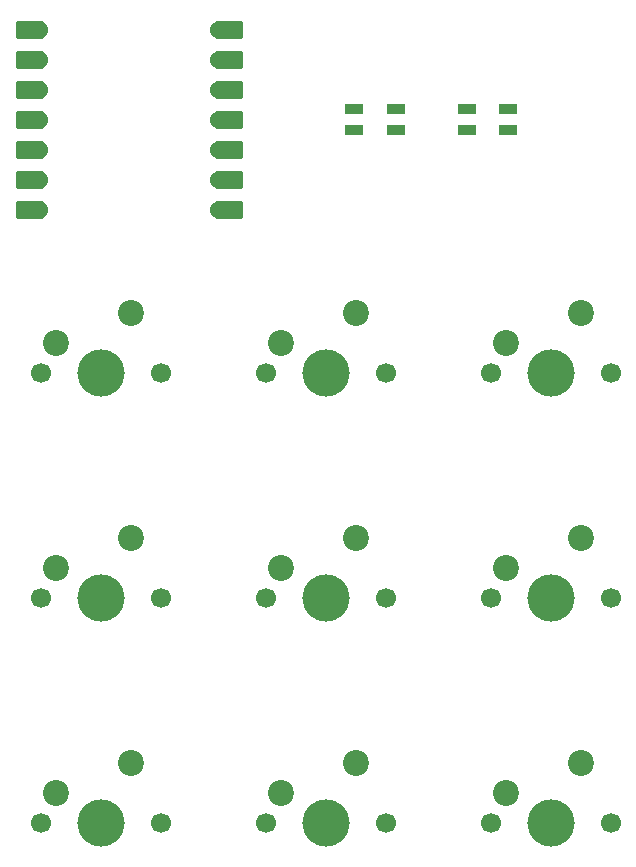
<source format=gbr>
%TF.GenerationSoftware,KiCad,Pcbnew,8.0.1+b2*%
%TF.CreationDate,2025-07-27T15:44:50+02:00*%
%TF.ProjectId,Hackpad,4861636b-7061-4642-9e6b-696361645f70,rev?*%
%TF.SameCoordinates,Original*%
%TF.FileFunction,Soldermask,Top*%
%TF.FilePolarity,Negative*%
%FSLAX46Y46*%
G04 Gerber Fmt 4.6, Leading zero omitted, Abs format (unit mm)*
G04 Created by KiCad (PCBNEW 8.0.1+b2) date 2025-07-27 15:44:50*
%MOMM*%
%LPD*%
G01*
G04 APERTURE LIST*
G04 Aperture macros list*
%AMRoundRect*
0 Rectangle with rounded corners*
0 $1 Rounding radius*
0 $2 $3 $4 $5 $6 $7 $8 $9 X,Y pos of 4 corners*
0 Add a 4 corners polygon primitive as box body*
4,1,4,$2,$3,$4,$5,$6,$7,$8,$9,$2,$3,0*
0 Add four circle primitives for the rounded corners*
1,1,$1+$1,$2,$3*
1,1,$1+$1,$4,$5*
1,1,$1+$1,$6,$7*
1,1,$1+$1,$8,$9*
0 Add four rect primitives between the rounded corners*
20,1,$1+$1,$2,$3,$4,$5,0*
20,1,$1+$1,$4,$5,$6,$7,0*
20,1,$1+$1,$6,$7,$8,$9,0*
20,1,$1+$1,$8,$9,$2,$3,0*%
G04 Aperture macros list end*
%ADD10C,1.700000*%
%ADD11C,4.000000*%
%ADD12C,2.200000*%
%ADD13R,1.600000X0.850000*%
%ADD14RoundRect,0.152400X1.063600X0.609600X-1.063600X0.609600X-1.063600X-0.609600X1.063600X-0.609600X0*%
%ADD15C,1.524000*%
%ADD16RoundRect,0.152400X-1.063600X-0.609600X1.063600X-0.609600X1.063600X0.609600X-1.063600X0.609600X0*%
G04 APERTURE END LIST*
D10*
%TO.C,SW3*%
X73501250Y-111918750D03*
D11*
X78581250Y-111918750D03*
D10*
X83661250Y-111918750D03*
D12*
X81121250Y-106838750D03*
X74771250Y-109378750D03*
%TD*%
D10*
%TO.C,SW1*%
X92551250Y-73818750D03*
D11*
X97631250Y-73818750D03*
D10*
X102711250Y-73818750D03*
D12*
X100171250Y-68738750D03*
X93821250Y-71278750D03*
%TD*%
D10*
%TO.C,SW10*%
X73501250Y-73818750D03*
D11*
X78581250Y-73818750D03*
D10*
X83661250Y-73818750D03*
D12*
X81121250Y-68738750D03*
X74771250Y-71278750D03*
%TD*%
D13*
%TO.C,D1*%
X80962500Y-51512500D03*
X80962500Y-53262500D03*
X84462500Y-53262500D03*
X84462500Y-51512500D03*
%TD*%
D10*
%TO.C,SW4*%
X92551250Y-111918750D03*
D11*
X97631250Y-111918750D03*
D10*
X102711250Y-111918750D03*
D12*
X100171250Y-106838750D03*
X93821250Y-109378750D03*
%TD*%
D13*
%TO.C,D2*%
X90487500Y-51512500D03*
X90487500Y-53262500D03*
X93987500Y-53262500D03*
X93987500Y-51512500D03*
%TD*%
D10*
%TO.C,SW7*%
X54451250Y-111918750D03*
D11*
X59531250Y-111918750D03*
D10*
X64611250Y-111918750D03*
D12*
X62071250Y-106838750D03*
X55721250Y-109378750D03*
%TD*%
D10*
%TO.C,SW8*%
X54451250Y-92868750D03*
D11*
X59531250Y-92868750D03*
D10*
X64611250Y-92868750D03*
D12*
X62071250Y-87788750D03*
X55721250Y-90328750D03*
%TD*%
D10*
%TO.C,SW2*%
X92551250Y-92868750D03*
D11*
X97631250Y-92868750D03*
D10*
X102711250Y-92868750D03*
D12*
X100171250Y-87788750D03*
X93821250Y-90328750D03*
%TD*%
D14*
%TO.C,U1*%
X53457500Y-44767500D03*
D15*
X54292500Y-44767500D03*
D14*
X53457500Y-47307500D03*
D15*
X54292500Y-47307500D03*
D14*
X53457500Y-49847500D03*
D15*
X54292500Y-49847500D03*
D14*
X53457500Y-52387500D03*
D15*
X54292500Y-52387500D03*
D14*
X53457500Y-54927500D03*
D15*
X54292500Y-54927500D03*
D14*
X53457500Y-57467500D03*
D15*
X54292500Y-57467500D03*
D14*
X53457500Y-60007500D03*
D15*
X54292500Y-60007500D03*
X69532500Y-60007500D03*
D16*
X70367500Y-60007500D03*
D15*
X69532500Y-57467500D03*
D16*
X70367500Y-57467500D03*
D15*
X69532500Y-54927500D03*
D16*
X70367500Y-54927500D03*
D15*
X69532500Y-52387500D03*
D16*
X70367500Y-52387500D03*
D15*
X69532500Y-49847500D03*
D16*
X70367500Y-49847500D03*
D15*
X69532500Y-47307500D03*
D16*
X70367500Y-47307500D03*
D15*
X69532500Y-44767500D03*
D16*
X70367500Y-44767500D03*
%TD*%
D10*
%TO.C,SW9*%
X54451250Y-73818750D03*
D11*
X59531250Y-73818750D03*
D10*
X64611250Y-73818750D03*
D12*
X62071250Y-68738750D03*
X55721250Y-71278750D03*
%TD*%
D10*
%TO.C,SW6*%
X73501250Y-92868750D03*
D11*
X78581250Y-92868750D03*
D10*
X83661250Y-92868750D03*
D12*
X81121250Y-87788750D03*
X74771250Y-90328750D03*
%TD*%
M02*

</source>
